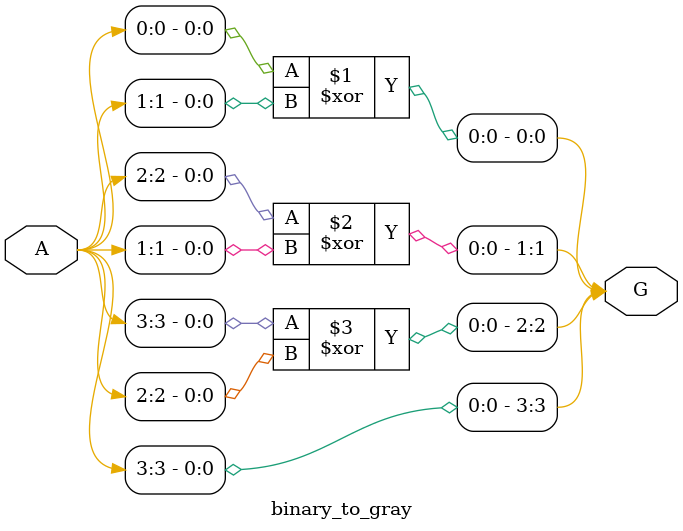
<source format=v>
`timescale 1ns / 1ps
module binary_to_gray(A,G);
    input [3:0] A;
    output [3:0] G;
    assign G[0] = A[0]^A[1];
    assign G[1] = A[2]^A[1];
    assign G[2] = A[3]^A[2];
    assign G[3] = A[3];
endmodule

</source>
